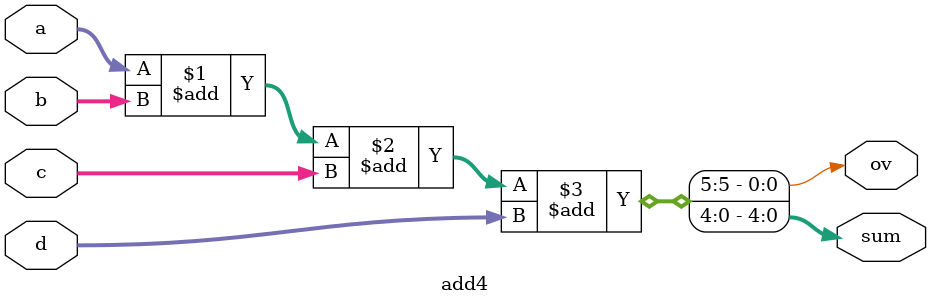
<source format=v>

module add4(a, b, c, d, sum, ov);

    input [3:0] a, b, c, d;
    output [4:0] sum;
    output ov;

    // assign sum = a + b + c + d;
    // assign ov = 1'b0;
    assign {ov, sum} = a + b + c + d;

endmodule
</source>
